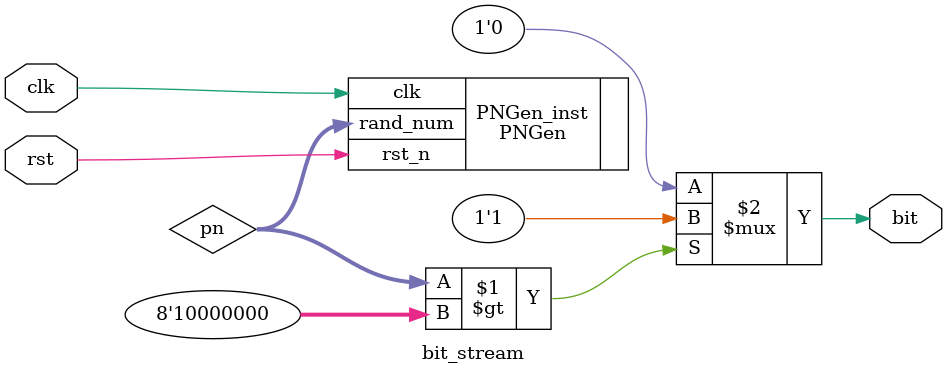
<source format=v>
`timescale 1ns / 1ps

module bit_stream
(
	input clk,
	input rst,
	output bit
);

	// ODDR2 #(
    //   .DDR_ALIGNMENT("NONE"), // Sets output alignment to "NONE", "C0" or "C1"
    //   .INIT(1'b0),    // Sets initial state of the Q output to 1'b0 or 1'b1
    //   .SRTYPE("SYNC") // Specifies "SYNC" or "ASYNC" set/reset
    // ) ODDR2_inst (
    //   .Q(trig_3m),   // 1-bit DDR output data
    //   .C0(clk_3m),   // 1-bit clock input
    //   .C1(~clk_3m),   // 1-bit clock input
    //   .CE(1'b1), // 1-bit clock enable input
    //   .D0(1'b1), // 1-bit data input (associated with C0)
    //   .D1(1'b0), // 1-bit data input (associated with C1)
    //   .R(1'b0),   // 1-bit reset input
    //   .S(1'b0)    // 1-bit set input
    // );

	//PN Generate
	wire [7:0] pn;
	PNGen #(
		.SEED(8'hd7)
	) PNGen_inst
	(  
    	.rst_n(rst),
    	.clk(clk),    
    	.rand_num(pn)
	);
		
	assign bit = (pn > 8'h80) ? 1'b1 : 1'b0;
	
endmodule

</source>
